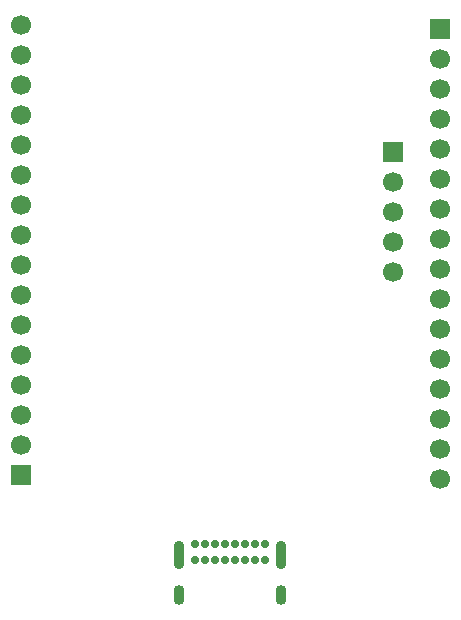
<source format=gbr>
%TF.GenerationSoftware,KiCad,Pcbnew,9.0.3*%
%TF.CreationDate,2025-08-15T22:13:16-04:00*%
%TF.ProjectId,bioimpedance,62696f69-6d70-4656-9461-6e63652e6b69,rev?*%
%TF.SameCoordinates,Original*%
%TF.FileFunction,Soldermask,Bot*%
%TF.FilePolarity,Negative*%
%FSLAX46Y46*%
G04 Gerber Fmt 4.6, Leading zero omitted, Abs format (unit mm)*
G04 Created by KiCad (PCBNEW 9.0.3) date 2025-08-15 22:13:16*
%MOMM*%
%LPD*%
G01*
G04 APERTURE LIST*
%ADD10R,1.700000X1.700000*%
%ADD11C,1.700000*%
%ADD12C,0.700000*%
%ADD13O,0.900000X2.400000*%
%ADD14O,0.900000X1.700000*%
G04 APERTURE END LIST*
D10*
%TO.C,J8*%
X96000000Y-88120000D03*
D11*
X96000000Y-85580000D03*
X96000000Y-83040000D03*
X96000000Y-80500000D03*
X96000000Y-77960000D03*
X96000000Y-75420000D03*
X96000000Y-72880000D03*
X96000000Y-70340000D03*
X96000000Y-67800000D03*
X96000000Y-65260000D03*
X96000000Y-62720000D03*
X96000000Y-60180000D03*
X96000000Y-57640000D03*
X96000000Y-55100000D03*
X96000000Y-52560000D03*
X96000000Y-50020000D03*
%TD*%
D10*
%TO.C,J6*%
X131500000Y-50420000D03*
D11*
X131500000Y-52960000D03*
X131500000Y-55500000D03*
X131500000Y-58040000D03*
X131500000Y-60580000D03*
X131500000Y-63120000D03*
X131500000Y-65660000D03*
X131500000Y-68200000D03*
X131500000Y-70740000D03*
X131500000Y-73280000D03*
X131500000Y-75820000D03*
X131500000Y-78360000D03*
X131500000Y-80900000D03*
X131500000Y-83440000D03*
X131500000Y-85980000D03*
X131500000Y-88520000D03*
%TD*%
D12*
%TO.C,J3*%
X110700000Y-93975000D03*
X111550000Y-93975000D03*
X112400000Y-93975000D03*
X113250000Y-93975000D03*
X114100000Y-93975000D03*
X114950000Y-93975000D03*
X115800000Y-93975000D03*
X116650000Y-93975000D03*
X116650000Y-95325000D03*
X115800000Y-95325000D03*
X114950000Y-95325000D03*
X114100000Y-95325000D03*
X113250000Y-95325000D03*
X112400000Y-95325000D03*
X111550000Y-95325000D03*
X110700000Y-95325000D03*
D13*
X109350000Y-94955000D03*
D14*
X109350000Y-98335000D03*
D13*
X118000000Y-94955000D03*
D14*
X118000000Y-98335000D03*
%TD*%
D10*
%TO.C,J1*%
X127500000Y-60840000D03*
D11*
X127500000Y-63380000D03*
X127500000Y-65920000D03*
X127500000Y-68460000D03*
X127500000Y-71000000D03*
%TD*%
M02*

</source>
